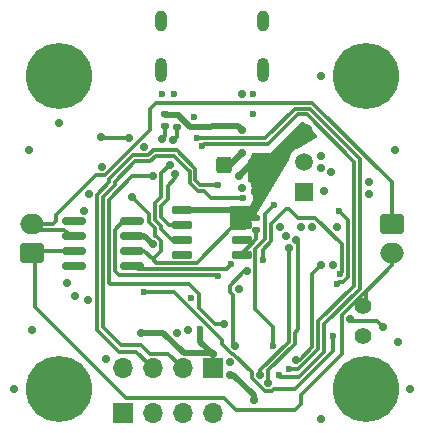
<source format=gbr>
%TF.GenerationSoftware,KiCad,Pcbnew,8.0.2*%
%TF.CreationDate,2024-07-19T14:35:33-04:00*%
%TF.ProjectId,StepperMotorDriver,53746570-7065-4724-9d6f-746f72447269,rev?*%
%TF.SameCoordinates,Original*%
%TF.FileFunction,Copper,L4,Bot*%
%TF.FilePolarity,Positive*%
%FSLAX46Y46*%
G04 Gerber Fmt 4.6, Leading zero omitted, Abs format (unit mm)*
G04 Created by KiCad (PCBNEW 8.0.2) date 2024-07-19 14:35:33*
%MOMM*%
%LPD*%
G01*
G04 APERTURE LIST*
G04 Aperture macros list*
%AMRoundRect*
0 Rectangle with rounded corners*
0 $1 Rounding radius*
0 $2 $3 $4 $5 $6 $7 $8 $9 X,Y pos of 4 corners*
0 Add a 4 corners polygon primitive as box body*
4,1,4,$2,$3,$4,$5,$6,$7,$8,$9,$2,$3,0*
0 Add four circle primitives for the rounded corners*
1,1,$1+$1,$2,$3*
1,1,$1+$1,$4,$5*
1,1,$1+$1,$6,$7*
1,1,$1+$1,$8,$9*
0 Add four rect primitives between the rounded corners*
20,1,$1+$1,$2,$3,$4,$5,0*
20,1,$1+$1,$4,$5,$6,$7,0*
20,1,$1+$1,$6,$7,$8,$9,0*
20,1,$1+$1,$8,$9,$2,$3,0*%
G04 Aperture macros list end*
%TA.AperFunction,ComponentPad*%
%ADD10C,1.400000*%
%TD*%
%TA.AperFunction,ComponentPad*%
%ADD11RoundRect,0.250000X-0.750000X0.600000X-0.750000X-0.600000X0.750000X-0.600000X0.750000X0.600000X0*%
%TD*%
%TA.AperFunction,ComponentPad*%
%ADD12O,2.000000X1.700000*%
%TD*%
%TA.AperFunction,ComponentPad*%
%ADD13C,5.600000*%
%TD*%
%TA.AperFunction,ComponentPad*%
%ADD14RoundRect,0.250000X0.750000X-0.600000X0.750000X0.600000X-0.750000X0.600000X-0.750000X-0.600000X0*%
%TD*%
%TA.AperFunction,ComponentPad*%
%ADD15R,1.500000X1.500000*%
%TD*%
%TA.AperFunction,ComponentPad*%
%ADD16C,1.500000*%
%TD*%
%TA.AperFunction,ComponentPad*%
%ADD17R,1.700000X1.700000*%
%TD*%
%TA.AperFunction,ComponentPad*%
%ADD18O,1.700000X1.700000*%
%TD*%
%TA.AperFunction,ComponentPad*%
%ADD19O,1.000000X2.100000*%
%TD*%
%TA.AperFunction,ComponentPad*%
%ADD20O,1.000000X1.800000*%
%TD*%
%TA.AperFunction,SMDPad,CuDef*%
%ADD21RoundRect,0.250000X0.400000X0.450000X-0.400000X0.450000X-0.400000X-0.450000X0.400000X-0.450000X0*%
%TD*%
%TA.AperFunction,SMDPad,CuDef*%
%ADD22RoundRect,0.140000X-0.170000X0.140000X-0.170000X-0.140000X0.170000X-0.140000X0.170000X0.140000X0*%
%TD*%
%TA.AperFunction,SMDPad,CuDef*%
%ADD23RoundRect,0.150000X0.825000X0.150000X-0.825000X0.150000X-0.825000X-0.150000X0.825000X-0.150000X0*%
%TD*%
%TA.AperFunction,SMDPad,CuDef*%
%ADD24RoundRect,0.135000X0.185000X-0.135000X0.185000X0.135000X-0.185000X0.135000X-0.185000X-0.135000X0*%
%TD*%
%TA.AperFunction,SMDPad,CuDef*%
%ADD25RoundRect,0.150000X0.725000X0.150000X-0.725000X0.150000X-0.725000X-0.150000X0.725000X-0.150000X0*%
%TD*%
%TA.AperFunction,ViaPad*%
%ADD26C,0.600000*%
%TD*%
%TA.AperFunction,ViaPad*%
%ADD27C,0.700000*%
%TD*%
%TA.AperFunction,Conductor*%
%ADD28C,0.500000*%
%TD*%
%TA.AperFunction,Conductor*%
%ADD29C,0.300000*%
%TD*%
G04 APERTURE END LIST*
D10*
%TO.P,JP1,1,A*%
%TO.N,/CANL*%
X146750000Y-110000000D03*
%TO.P,JP1,2,B*%
%TO.N,Net-(JP1-B)*%
X146750000Y-112540000D03*
%TD*%
D11*
%TO.P,J7,1,Pin_1*%
%TO.N,/CANH*%
X149217500Y-103000000D03*
D12*
%TO.P,J7,2,Pin_2*%
%TO.N,/CANL*%
X149217500Y-105500000D03*
%TD*%
D13*
%TO.P,H3,1,1*%
%TO.N,GND*%
X121000000Y-90500000D03*
%TD*%
%TO.P,H4,1,1*%
%TO.N,GND*%
X121000000Y-117000000D03*
%TD*%
%TO.P,H2,1,1*%
%TO.N,GND*%
X147000000Y-117000000D03*
%TD*%
D14*
%TO.P,J1,1,Pin_1*%
%TO.N,/CANL*%
X118750000Y-105500000D03*
D12*
%TO.P,J1,2,Pin_2*%
%TO.N,/CANH*%
X118750000Y-103000000D03*
%TD*%
D13*
%TO.P,H1,1,1*%
%TO.N,GND*%
X147000000Y-90500000D03*
%TD*%
D15*
%TO.P,U5,1,Vin*%
%TO.N,VCC*%
X141750000Y-100290000D03*
D16*
%TO.P,U5,2,GND*%
%TO.N,GND*%
X141750000Y-97750000D03*
%TO.P,U5,3,Vout*%
%TO.N,+3V3*%
X141750000Y-95210000D03*
%TD*%
D17*
%TO.P,J4,1,Pin_1*%
%TO.N,/OB2*%
X126460000Y-119000000D03*
D18*
%TO.P,J4,2,Pin_2*%
%TO.N,/OB1*%
X129000000Y-119000000D03*
%TO.P,J4,3,Pin_3*%
%TO.N,/OA1*%
X131540000Y-119000000D03*
%TO.P,J4,4,Pin_4*%
%TO.N,/OA2*%
X134080000Y-119000000D03*
%TD*%
D19*
%TO.P,J5,S1,SHIELD*%
%TO.N,unconnected-(J5-SHIELD-PadS1)*%
X138320000Y-90000000D03*
D20*
%TO.N,unconnected-(J5-SHIELD-PadS1)_2*%
X138320000Y-85820000D03*
D19*
%TO.N,unconnected-(J5-SHIELD-PadS1)_0*%
X129680000Y-90000000D03*
D20*
%TO.N,unconnected-(J5-SHIELD-PadS1)_1*%
X129680000Y-85820000D03*
%TD*%
D17*
%TO.P,J6,1,Pin_1*%
%TO.N,+3V3*%
X134040000Y-115250000D03*
D18*
%TO.P,J6,2,Pin_2*%
%TO.N,/SWDIO*%
X131500000Y-115250000D03*
%TO.P,J6,3,Pin_3*%
%TO.N,/SWDCLK*%
X128960000Y-115250000D03*
%TO.P,J6,4,Pin_4*%
%TO.N,GND*%
X126420000Y-115250000D03*
%TD*%
D21*
%TO.P,D1,1,A1*%
%TO.N,+3V3*%
X137950000Y-98000000D03*
%TO.P,D1,2,A2*%
%TO.N,GND*%
X135050000Y-98000000D03*
%TD*%
D22*
%TO.P,C1,1*%
%TO.N,+3V3*%
X137750000Y-102540000D03*
%TO.P,C1,2*%
%TO.N,GND*%
X137750000Y-103500000D03*
%TD*%
D23*
%TO.P,U2,1,D*%
%TO.N,/CAN_TX*%
X127250000Y-102750000D03*
%TO.P,U2,2,GND*%
%TO.N,GND*%
X127250000Y-104020000D03*
%TO.P,U2,3,VCC*%
%TO.N,+3V3*%
X127250000Y-105290000D03*
%TO.P,U2,4,R*%
%TO.N,/CAN_RX*%
X127250000Y-106560000D03*
%TO.P,U2,5,NC*%
%TO.N,unconnected-(U2-NC-Pad5)*%
X122300000Y-106560000D03*
%TO.P,U2,6,CANL*%
%TO.N,/CANL*%
X122300000Y-105290000D03*
%TO.P,U2,7,CANH*%
%TO.N,/CANH*%
X122300000Y-104020000D03*
%TO.P,U2,8,NC*%
%TO.N,unconnected-(U2-NC-Pad8)*%
X122300000Y-102750000D03*
%TD*%
D24*
%TO.P,R2,1*%
%TO.N,/ESCL*%
X131000000Y-94780000D03*
%TO.P,R2,2*%
%TO.N,+3V3*%
X131000000Y-93760000D03*
%TD*%
%TO.P,R3,1*%
%TO.N,/ESDA*%
X130000000Y-94770000D03*
%TO.P,R3,2*%
%TO.N,+3V3*%
X130000000Y-93750000D03*
%TD*%
D25*
%TO.P,U6,1,VDD*%
%TO.N,+3V3*%
X136575000Y-101845000D03*
%TO.P,U6,2,MODE*%
X136575000Y-103115000D03*
%TO.P,U6,3,OUT*%
%TO.N,unconnected-(U6-OUT-Pad3)*%
X136575000Y-104385000D03*
%TO.P,U6,4,GND*%
%TO.N,GND*%
X136575000Y-105655000D03*
%TO.P,U6,5,PUSH*%
%TO.N,unconnected-(U6-PUSH-Pad5)*%
X131425000Y-105655000D03*
%TO.P,U6,6,A*%
%TO.N,/ESDA*%
X131425000Y-104385000D03*
%TO.P,U6,7,B*%
%TO.N,/ESCL*%
X131425000Y-103115000D03*
%TO.P,U6,8,Z*%
%TO.N,+3V3*%
X131425000Y-101845000D03*
%TD*%
D26*
%TO.N,GND*%
X129750000Y-92000000D03*
D27*
X123150002Y-101900000D03*
X124661894Y-98161894D03*
X136500000Y-92050000D03*
D26*
X137500000Y-92000000D03*
D27*
X141500000Y-103300000D03*
X122369975Y-109130025D03*
X136500000Y-97000000D03*
X140253920Y-104003920D03*
D26*
X130750000Y-92000000D03*
D27*
X143250000Y-97250000D03*
X131000000Y-112220000D03*
X131978553Y-112021447D03*
X123556191Y-100450000D03*
D26*
X132233771Y-109295565D03*
D27*
X139750000Y-103300000D03*
X121000000Y-94500000D03*
X144250000Y-106500000D03*
X135500000Y-114750000D03*
X123500000Y-109500000D03*
X128276844Y-96526844D03*
X143250000Y-98250000D03*
X147250000Y-99500000D03*
X129000000Y-104750000D03*
X150750000Y-117000000D03*
X121750000Y-108000000D03*
X147250000Y-100500000D03*
X142500000Y-103300000D03*
X125000000Y-114500000D03*
X118750000Y-112000000D03*
D26*
X132500000Y-94000000D03*
D27*
X136499831Y-99999059D03*
X117250000Y-117000000D03*
X149750000Y-113000000D03*
X143250000Y-119500000D03*
X136249999Y-108500000D03*
D26*
X137500000Y-93750000D03*
D27*
X144085070Y-98643932D03*
X143250000Y-90500000D03*
D26*
%TO.N,+3V3*%
X132980873Y-111900111D03*
D27*
X148499975Y-111749975D03*
X134040000Y-114040000D03*
X135500000Y-115800000D03*
X136250000Y-99000000D03*
X137519975Y-117969975D03*
X127250000Y-100750000D03*
X145699999Y-111060051D03*
X136500000Y-95050000D03*
X128000000Y-112220000D03*
%TO.N,VCC*%
X149500000Y-96750000D03*
X144539949Y-103299999D03*
X118500000Y-96750000D03*
X143500000Y-100250000D03*
%TO.N,/OB1*%
X138050000Y-115815543D03*
X140480806Y-105029324D03*
%TO.N,/OA2*%
X143250000Y-106500000D03*
X141124176Y-114514556D03*
D26*
%TO.N,/MOT_STBY*%
X144850000Y-107250000D03*
X138290379Y-106040381D03*
%TO.N,/MOT_DIR*%
X144750000Y-101950000D03*
X144577541Y-108091699D03*
D27*
%TO.N,/MOT_ENABLE*%
X128999360Y-99000000D03*
X135000000Y-111500000D03*
D26*
%TO.N,/MOT_DIAG*%
X139250000Y-101450000D03*
X139150000Y-113400000D03*
%TO.N,/MOT_MS1*%
X139625000Y-115850000D03*
X132750000Y-95750000D03*
D27*
%TO.N,/OA1*%
X141130295Y-104406295D03*
X138750000Y-116500000D03*
D26*
%TO.N,/MOT_MS2*%
X140490380Y-115340380D03*
X133127370Y-96455405D03*
D27*
%TO.N,/OB2*%
X136940379Y-107049570D03*
X135975001Y-113337146D03*
D26*
%TO.N,/MOT_UART_RX*%
X128250000Y-108750000D03*
X144250000Y-112500000D03*
%TO.N,/SWDCLK*%
X134500000Y-99750000D03*
%TO.N,/SWDIO*%
X136650000Y-100835691D03*
D27*
%TO.N,/BOOT0*%
X124630025Y-95630025D03*
X127000000Y-95750000D03*
%TO.N,/ESCL*%
X130711290Y-95931606D03*
X130900000Y-98795388D03*
%TO.N,/ESDA*%
X130400001Y-98047055D03*
X129759999Y-95820000D03*
D26*
%TO.N,/CAN_TX*%
X134540381Y-107459619D03*
%TO.N,/CAN_RX*%
X135625762Y-106455000D03*
%TD*%
D28*
%TO.N,GND*%
X127250000Y-104020000D02*
X128270000Y-104020000D01*
X135500000Y-98000000D02*
X136500000Y-97000000D01*
D29*
X137750000Y-103500000D02*
X137750000Y-104335788D01*
D28*
X128270000Y-104020000D02*
X129000000Y-104750000D01*
D29*
X137750000Y-104335788D02*
X136430788Y-105655000D01*
D28*
X135050000Y-98000000D02*
X135500000Y-98000000D01*
X135050000Y-98034926D02*
X135050000Y-98000000D01*
D29*
X136430788Y-105655000D02*
X136075000Y-105655000D01*
%TO.N,+3V3*%
X128973738Y-106000000D02*
X129278738Y-106305000D01*
X128263738Y-105290000D02*
X128973738Y-106000000D01*
X127250000Y-100750000D02*
X128700000Y-102200000D01*
D28*
X131598629Y-113950000D02*
X129868629Y-112220000D01*
X133950000Y-113950000D02*
X131598629Y-113950000D01*
D29*
X129700000Y-104460050D02*
X129700000Y-105326262D01*
D28*
X135500000Y-115800000D02*
X135800000Y-115800000D01*
X131000000Y-93760000D02*
X130010000Y-93760000D01*
D29*
X127700000Y-105290000D02*
X128263738Y-105290000D01*
D28*
X135800000Y-115800000D02*
X137519975Y-117519975D01*
D29*
X128700000Y-102864213D02*
X129200000Y-103364213D01*
X129000000Y-106026262D02*
X128973738Y-106000000D01*
D28*
X131131056Y-93760000D02*
X131000000Y-93760000D01*
X137950000Y-98000000D02*
X137250000Y-98000000D01*
D29*
X148499975Y-111749975D02*
X148000000Y-111250000D01*
D28*
X134040000Y-114040000D02*
X132980873Y-112980873D01*
X134000000Y-94750000D02*
X133950000Y-94800000D01*
D29*
X129200000Y-104050000D02*
X129289950Y-104050000D01*
X128700000Y-102200000D02*
X128700000Y-102864213D01*
X129200000Y-103364213D02*
X129200000Y-104050000D01*
D28*
X133950000Y-94800000D02*
X132171056Y-94800000D01*
X137519975Y-117519975D02*
X137519975Y-117969975D01*
X132980873Y-112980873D02*
X132980873Y-111900111D01*
X136500000Y-95050000D02*
X136200000Y-94750000D01*
X136200000Y-94750000D02*
X134000000Y-94750000D01*
D29*
X132695000Y-106305000D02*
X135885000Y-103115000D01*
X148000000Y-111250000D02*
X145889948Y-111250000D01*
X129278738Y-106305000D02*
X132695000Y-106305000D01*
D28*
X134040000Y-114040000D02*
X133950000Y-113950000D01*
X130010000Y-93760000D02*
X130000000Y-93750000D01*
D29*
X145889948Y-111250000D02*
X145699999Y-111060051D01*
D28*
X141750000Y-95210000D02*
X141750000Y-95250000D01*
X130925000Y-101845000D02*
X137055000Y-101845000D01*
D29*
X129289950Y-104050000D02*
X129700000Y-104460050D01*
X129700000Y-105326262D02*
X129000000Y-106026262D01*
D28*
X132171056Y-94800000D02*
X131131056Y-93760000D01*
X137055000Y-101845000D02*
X137750000Y-102540000D01*
X129868629Y-112220000D02*
X128000000Y-112220000D01*
D29*
X135885000Y-103115000D02*
X136075000Y-103115000D01*
D28*
X137250000Y-98000000D02*
X136250000Y-99000000D01*
D29*
%TO.N,/OB1*%
X138050000Y-115815543D02*
X138050000Y-115419239D01*
X140480806Y-112988433D02*
X140480806Y-105029324D01*
X138050000Y-115419239D02*
X140480806Y-112988433D01*
%TO.N,/OA2*%
X142500000Y-113421576D02*
X141407020Y-114514556D01*
X143250000Y-106500000D02*
X142500000Y-107250000D01*
X142500000Y-107250000D02*
X142500000Y-113421576D01*
X141407020Y-114514556D02*
X141124176Y-114514556D01*
%TO.N,/MOT_STBY*%
X145000000Y-107100000D02*
X144850000Y-107250000D01*
X142750000Y-102500000D02*
X145000000Y-104750000D01*
X138290379Y-105209621D02*
X139000000Y-104500000D01*
X138290379Y-106040381D02*
X138290379Y-105209621D01*
X139000000Y-104500000D02*
X139000000Y-103000000D01*
X145000000Y-104750000D02*
X145000000Y-107100000D01*
X141250000Y-102500000D02*
X142750000Y-102500000D01*
X140250000Y-101750000D02*
X140500000Y-101750000D01*
X140500000Y-101750000D02*
X141250000Y-102500000D01*
X139000000Y-103000000D02*
X140250000Y-101750000D01*
%TO.N,/MOT_DIR*%
X144577541Y-108091699D02*
X144769240Y-107900000D01*
X144769240Y-107900000D02*
X145119239Y-107900000D01*
X145500000Y-102700000D02*
X144750000Y-101950000D01*
X145119239Y-107900000D02*
X145500000Y-107519239D01*
X145500000Y-107519239D02*
X145500000Y-102700000D01*
%TO.N,/MOT_ENABLE*%
X125350000Y-108100000D02*
X125250000Y-108000000D01*
X135000000Y-111500000D02*
X134250000Y-111500000D01*
X125250000Y-101000000D02*
X127250000Y-99000000D01*
X132914668Y-110164668D02*
X132914668Y-108995429D01*
X125250000Y-108000000D02*
X125250000Y-101000000D01*
X132019239Y-108100000D02*
X125350000Y-108100000D01*
X132914668Y-108995429D02*
X132019239Y-108100000D01*
X127250000Y-99000000D02*
X128999360Y-99000000D01*
X134250000Y-111500000D02*
X132914668Y-110164668D01*
%TO.N,/MOT_DIAG*%
X138500000Y-102200000D02*
X139250000Y-101450000D01*
X137640379Y-110240379D02*
X137640379Y-105152515D01*
X137640379Y-105152515D02*
X138500000Y-104292894D01*
X138500000Y-104292894D02*
X138500000Y-102200000D01*
X139150000Y-111750000D02*
X137640379Y-110240379D01*
X139150000Y-113400000D02*
X139150000Y-111750000D01*
%TO.N,/MOT_MS1*%
X141335788Y-116000000D02*
X139775000Y-116000000D01*
X138500000Y-95750000D02*
X141000000Y-93250000D01*
X146500000Y-108500000D02*
X143500000Y-111500000D01*
X143500000Y-111500000D02*
X143500000Y-113835788D01*
X139775000Y-116000000D02*
X139625000Y-115850000D01*
X146500000Y-97500000D02*
X146500000Y-108500000D01*
X132750000Y-95750000D02*
X138500000Y-95750000D01*
X143500000Y-113835788D02*
X141335788Y-116000000D01*
X142250000Y-93250000D02*
X146500000Y-97500000D01*
X141000000Y-93250000D02*
X142250000Y-93250000D01*
%TO.N,/OA1*%
X141300000Y-111950000D02*
X141300000Y-104576000D01*
X138750000Y-116500000D02*
X138750000Y-115426345D01*
X141000000Y-113176345D02*
X141000000Y-112250000D01*
X141000000Y-112250000D02*
X141300000Y-111950000D01*
X141300000Y-104576000D02*
X141130295Y-104406295D01*
X138750000Y-115426345D02*
X141000000Y-113176345D01*
%TO.N,/MOT_MS2*%
X138750000Y-96250000D02*
X141250000Y-93750000D01*
X142000000Y-93750000D02*
X146000000Y-97750000D01*
X143000000Y-111250000D02*
X143000000Y-113628682D01*
X141250000Y-93750000D02*
X142000000Y-93750000D01*
X141288302Y-115340380D02*
X140490380Y-115340380D01*
X133127370Y-96455405D02*
X133332775Y-96250000D01*
X143000000Y-113628682D02*
X141288302Y-115340380D01*
X133332775Y-96250000D02*
X138750000Y-96250000D01*
X146000000Y-108250000D02*
X143000000Y-111250000D01*
X146000000Y-97750000D02*
X146000000Y-108250000D01*
%TO.N,/OB2*%
X135750000Y-113112145D02*
X135975001Y-113337146D01*
X135500000Y-108250000D02*
X135500000Y-108750000D01*
X135500000Y-108750000D02*
X135750000Y-109000000D01*
X136700430Y-107049570D02*
X135500000Y-108250000D01*
X135750000Y-109000000D02*
X135750000Y-113112145D01*
X136940379Y-107049570D02*
X136700430Y-107049570D01*
%TO.N,/MOT_UART_RX*%
X141042894Y-117000000D02*
X139239950Y-117000000D01*
X137350000Y-115600000D02*
X135787146Y-114037146D01*
X139039950Y-117200000D02*
X138444507Y-117200000D01*
X135787146Y-114037146D02*
X135685051Y-114037146D01*
X130750000Y-108750000D02*
X128250000Y-108750000D01*
X137350000Y-116105493D02*
X137350000Y-115600000D01*
X144250000Y-113792894D02*
X141042894Y-117000000D01*
X135685051Y-114037146D02*
X134857006Y-113209101D01*
X144250000Y-112500000D02*
X144250000Y-113792894D01*
X134857006Y-112857006D02*
X130750000Y-108750000D01*
X139239950Y-117000000D02*
X139039950Y-117200000D01*
X138444507Y-117200000D02*
X137350000Y-116105493D01*
X134857006Y-113209101D02*
X134857006Y-112857006D01*
%TO.N,/CANH*%
X129250000Y-92750000D02*
X142457107Y-92750000D01*
X124951844Y-98861894D02*
X128750000Y-95063738D01*
X121500000Y-103500000D02*
X119500000Y-103500000D01*
X120750000Y-102250000D02*
X124138106Y-98861894D01*
X119500000Y-103500000D02*
X119000000Y-103000000D01*
X128750000Y-95063738D02*
X128750000Y-93250000D01*
X122750000Y-104020000D02*
X122020000Y-104020000D01*
X124138106Y-98861894D02*
X124951844Y-98861894D01*
X122020000Y-104020000D02*
X121500000Y-103500000D01*
X149217500Y-99510393D02*
X149217500Y-103000000D01*
X120500000Y-103000000D02*
X120750000Y-102750000D01*
X119000000Y-103000000D02*
X120500000Y-103000000D01*
X120750000Y-102750000D02*
X120750000Y-102250000D01*
X142457107Y-92750000D02*
X149217500Y-99510393D01*
X128750000Y-93250000D02*
X129250000Y-92750000D01*
%TO.N,/CANL*%
X149217500Y-105500000D02*
X149217500Y-106489606D01*
X122750000Y-105290000D02*
X119210000Y-105290000D01*
X126730000Y-117750000D02*
X119000000Y-110020000D01*
X145000000Y-114000000D02*
X141500000Y-117500000D01*
X141500000Y-118250000D02*
X141000000Y-118750000D01*
X119210000Y-105290000D02*
X119000000Y-105500000D01*
X149217500Y-106532500D02*
X147000000Y-108750000D01*
X149217500Y-106489606D02*
X145000000Y-110707106D01*
X147000000Y-108750000D02*
X147000000Y-110000000D01*
X141500000Y-117500000D02*
X141500000Y-118250000D01*
X145000000Y-110707106D02*
X145000000Y-114000000D01*
X149217500Y-105500000D02*
X149217500Y-106532500D01*
X149197500Y-105520000D02*
X149217500Y-105500000D01*
X119000000Y-110020000D02*
X119000000Y-105500000D01*
X136000000Y-118750000D02*
X135000000Y-117750000D01*
X141000000Y-118750000D02*
X136000000Y-118750000D01*
X135000000Y-117750000D02*
X126730000Y-117750000D01*
%TO.N,/SWDCLK*%
X127584620Y-113874620D02*
X128960000Y-115250000D01*
X127294000Y-97226844D02*
X125292893Y-99227951D01*
X131000000Y-96750000D02*
X128976844Y-96750000D01*
X125292893Y-99500000D02*
X124250000Y-100542893D01*
X132590000Y-99326846D02*
X132590000Y-98340000D01*
X124250000Y-112000000D02*
X126124620Y-113874620D01*
X128976844Y-96750000D02*
X128976844Y-96816794D01*
X125292893Y-99227951D02*
X125292893Y-99500000D01*
X126124620Y-113874620D02*
X127584620Y-113874620D01*
X128976844Y-96816794D02*
X128566794Y-97226844D01*
X134500000Y-99750000D02*
X133013154Y-99750000D01*
X132590000Y-98340000D02*
X131000000Y-96750000D01*
X124250000Y-100542893D02*
X124250000Y-112000000D01*
X133013154Y-99750000D02*
X132590000Y-99326846D01*
X128566794Y-97226844D02*
X127294000Y-97226844D01*
%TO.N,/SWDIO*%
X129250745Y-97250000D02*
X128773901Y-97726844D01*
X124750000Y-100750000D02*
X124750000Y-111750000D01*
X128000000Y-113250000D02*
X128750000Y-114000000D01*
X126250000Y-113250000D02*
X128000000Y-113250000D01*
X125792893Y-99435057D02*
X125792893Y-99707107D01*
X127501106Y-97726844D02*
X125792893Y-99435057D01*
X128773901Y-97726844D02*
X127501106Y-97726844D01*
X130250000Y-114000000D02*
X131500000Y-115250000D01*
X132806047Y-100250000D02*
X132090000Y-99533953D01*
X124750000Y-111750000D02*
X126250000Y-113250000D01*
X133330761Y-100250000D02*
X132806047Y-100250000D01*
X132090000Y-98590000D02*
X130750000Y-97250000D01*
X133916452Y-100835691D02*
X133330761Y-100250000D01*
X132090000Y-99000000D02*
X132090000Y-98547106D01*
X132090000Y-99533953D02*
X132090000Y-99000000D01*
X136650000Y-100835691D02*
X133916452Y-100835691D01*
X125792893Y-99707107D02*
X124750000Y-100750000D01*
X132090000Y-99000000D02*
X132090000Y-98590000D01*
X128750000Y-114000000D02*
X130250000Y-114000000D01*
X130750000Y-97250000D02*
X129250745Y-97250000D01*
%TO.N,/BOOT0*%
X124750000Y-95750000D02*
X124630025Y-95630025D01*
X127000000Y-95750000D02*
X124750000Y-95750000D01*
%TO.N,/ESCL*%
X130365000Y-103115000D02*
X130925000Y-103115000D01*
X131000000Y-95642896D02*
X130711290Y-95931606D01*
X130250000Y-100933738D02*
X129700000Y-101483738D01*
X130900000Y-99150000D02*
X130250000Y-99800000D01*
X130250000Y-99800000D02*
X130250000Y-100933738D01*
X130900000Y-98795388D02*
X130900000Y-99150000D01*
X131000000Y-94780000D02*
X131000000Y-95642896D01*
X129700000Y-102450000D02*
X130365000Y-103115000D01*
X129700000Y-101483738D02*
X129700000Y-102450000D01*
%TO.N,/ESDA*%
X130000000Y-95579999D02*
X129759999Y-95820000D01*
X129699360Y-98747696D02*
X129699360Y-100777272D01*
X129700000Y-103157107D02*
X129700000Y-103476262D01*
X129200000Y-101276632D02*
X129200000Y-102657107D01*
X129200000Y-102657107D02*
X129700000Y-103157107D01*
X130000000Y-94770000D02*
X130000000Y-95579999D01*
X129700000Y-103476262D02*
X130608738Y-104385000D01*
X130608738Y-104385000D02*
X130925000Y-104385000D01*
X129699360Y-100777272D02*
X129200000Y-101276632D01*
X130400001Y-98047055D02*
X129699360Y-98747696D01*
%TO.N,/CAN_TX*%
X125750000Y-107000000D02*
X125750000Y-103500000D01*
X125750000Y-103500000D02*
X126500000Y-102750000D01*
X134540381Y-107459619D02*
X134430762Y-107350000D01*
X126100000Y-107350000D02*
X125750000Y-107000000D01*
X126500000Y-102750000D02*
X127500000Y-102750000D01*
X134430762Y-107350000D02*
X126100000Y-107350000D01*
%TO.N,/CAN_RX*%
X135275762Y-106805000D02*
X127745000Y-106805000D01*
X135625762Y-106455000D02*
X135275762Y-106805000D01*
X127745000Y-106805000D02*
X127500000Y-106560000D01*
%TD*%
%TA.AperFunction,Conductor*%
%TO.N,+3V3*%
G36*
X141746231Y-94420185D02*
G01*
X141766873Y-94436819D01*
X142863792Y-95533738D01*
X142897277Y-95595061D01*
X142892293Y-95664753D01*
X142850421Y-95720686D01*
X142836331Y-95729815D01*
X141336688Y-96562950D01*
X141325529Y-96568043D01*
X141325574Y-96568138D01*
X141122361Y-96662898D01*
X141122357Y-96662900D01*
X140943121Y-96788402D01*
X140788402Y-96943121D01*
X140662900Y-97122357D01*
X140662898Y-97122361D01*
X140570426Y-97320668D01*
X140570422Y-97320677D01*
X140513794Y-97532017D01*
X140513791Y-97532034D01*
X140513382Y-97536711D01*
X140496184Y-97589691D01*
X137428431Y-102702611D01*
X137377060Y-102749970D01*
X137356702Y-102757889D01*
X137323607Y-102767505D01*
X137323599Y-102767508D01*
X137184316Y-102849880D01*
X137184307Y-102849887D01*
X137069887Y-102964307D01*
X137069881Y-102964315D01*
X136987505Y-103103606D01*
X136987504Y-103103609D01*
X136942357Y-103259002D01*
X136942356Y-103259008D01*
X136939500Y-103295302D01*
X136939500Y-103376000D01*
X136919815Y-103443039D01*
X136867011Y-103488794D01*
X136815500Y-103500000D01*
X135624000Y-103500000D01*
X135556961Y-103480315D01*
X135511206Y-103427511D01*
X135500000Y-103376000D01*
X135500000Y-101610191D01*
X135519685Y-101543152D01*
X135572489Y-101497397D01*
X135624000Y-101486191D01*
X136144932Y-101486191D01*
X136210904Y-101505197D01*
X136300477Y-101561480D01*
X136300481Y-101561481D01*
X136470737Y-101621057D01*
X136470743Y-101621058D01*
X136470745Y-101621059D01*
X136470746Y-101621059D01*
X136470750Y-101621060D01*
X136649996Y-101641256D01*
X136650000Y-101641256D01*
X136650004Y-101641256D01*
X136829249Y-101621060D01*
X136829252Y-101621059D01*
X136829255Y-101621059D01*
X136999522Y-101561480D01*
X137152262Y-101465507D01*
X137279816Y-101337953D01*
X137375789Y-101185213D01*
X137435368Y-101014946D01*
X137438110Y-100990612D01*
X137455565Y-100835694D01*
X137455565Y-100835687D01*
X137435369Y-100656441D01*
X137435368Y-100656436D01*
X137431169Y-100644435D01*
X137375789Y-100486169D01*
X137314395Y-100388462D01*
X137295396Y-100321227D01*
X137301457Y-100284180D01*
X137336328Y-100176862D01*
X137355016Y-99999059D01*
X137336328Y-99821256D01*
X137281081Y-99651224D01*
X137191690Y-99496394D01*
X137134175Y-99432517D01*
X137072066Y-99363537D01*
X137072061Y-99363533D01*
X137051113Y-99348313D01*
X137008448Y-99292982D01*
X137000000Y-99247996D01*
X137000000Y-97751184D01*
X137019685Y-97684145D01*
X137051112Y-97650869D01*
X137072230Y-97635526D01*
X137191859Y-97502665D01*
X137281250Y-97347835D01*
X137336497Y-97177803D01*
X137343514Y-97111036D01*
X137370099Y-97046423D01*
X137427397Y-97006439D01*
X137466835Y-97000000D01*
X138999999Y-97000000D01*
X139000000Y-97000000D01*
X139207770Y-96714315D01*
X139220344Y-96699601D01*
X141483127Y-94436819D01*
X141544450Y-94403334D01*
X141570808Y-94400500D01*
X141679192Y-94400500D01*
X141746231Y-94420185D01*
G37*
%TD.AperFunction*%
%TD*%
M02*

</source>
